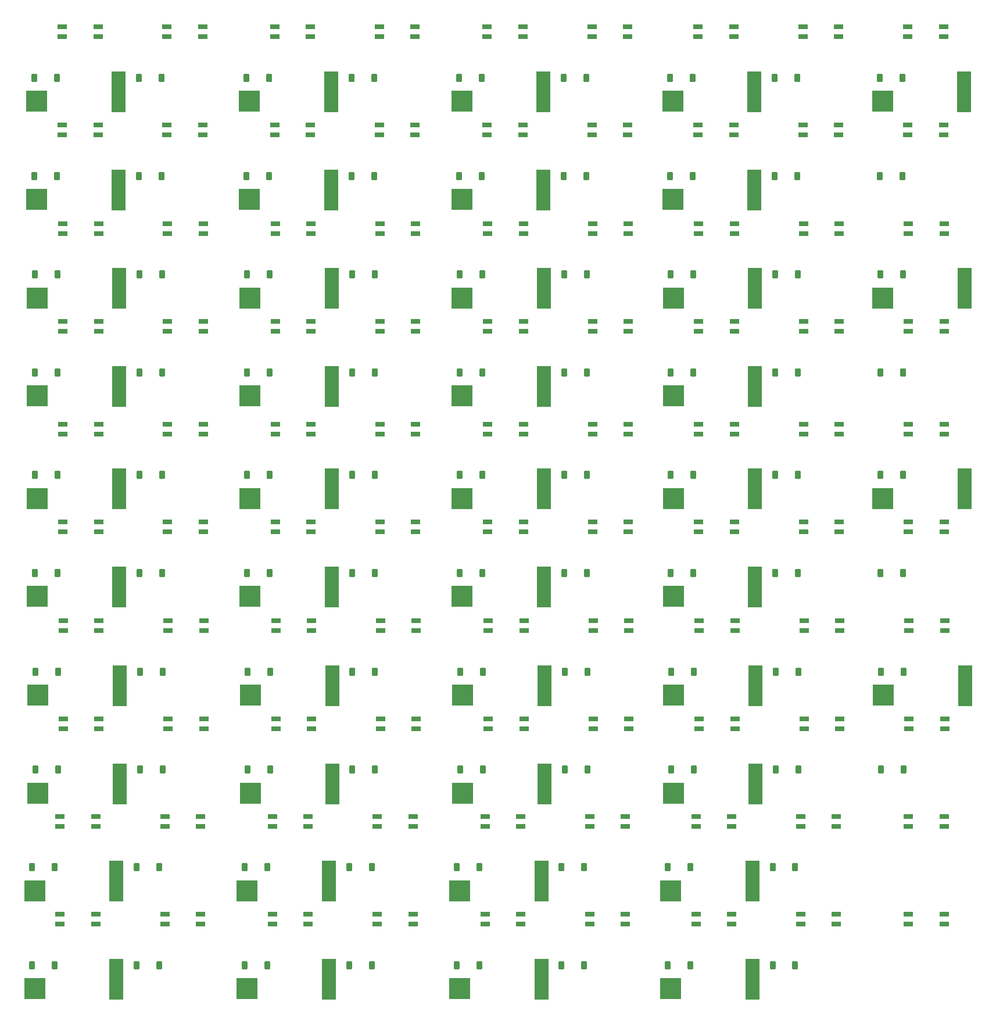
<source format=gbr>
%TF.GenerationSoftware,KiCad,Pcbnew,7.0.2*%
%TF.CreationDate,2023-05-08T22:29:03+02:00*%
%TF.ProjectId,verasity_PCB,76657261-7369-4747-995f-5043422e6b69,rev?*%
%TF.SameCoordinates,Original*%
%TF.FileFunction,Paste,Bot*%
%TF.FilePolarity,Positive*%
%FSLAX46Y46*%
G04 Gerber Fmt 4.6, Leading zero omitted, Abs format (unit mm)*
G04 Created by KiCad (PCBNEW 7.0.2) date 2023-05-08 22:29:03*
%MOMM*%
%LPD*%
G01*
G04 APERTURE LIST*
G04 Aperture macros list*
%AMRoundRect*
0 Rectangle with rounded corners*
0 $1 Rounding radius*
0 $2 $3 $4 $5 $6 $7 $8 $9 X,Y pos of 4 corners*
0 Add a 4 corners polygon primitive as box body*
4,1,4,$2,$3,$4,$5,$6,$7,$8,$9,$2,$3,0*
0 Add four circle primitives for the rounded corners*
1,1,$1+$1,$2,$3*
1,1,$1+$1,$4,$5*
1,1,$1+$1,$6,$7*
1,1,$1+$1,$8,$9*
0 Add four rect primitives between the rounded corners*
20,1,$1+$1,$2,$3,$4,$5,0*
20,1,$1+$1,$4,$5,$6,$7,0*
20,1,$1+$1,$6,$7,$8,$9,0*
20,1,$1+$1,$8,$9,$2,$3,0*%
G04 Aperture macros list end*
%ADD10RoundRect,0.225000X-0.225000X-0.375000X0.225000X-0.375000X0.225000X0.375000X-0.225000X0.375000X0*%
%ADD11R,1.400000X0.800000*%
%ADD12R,3.170000X3.170000*%
%ADD13R,2.000000X5.900000*%
G04 APERTURE END LIST*
D10*
%TO.C,REF\u002A\u002A*%
X143829375Y-67484375D03*
X147129375Y-67484375D03*
D11*
X147929375Y-60059375D03*
X147929375Y-61509375D03*
X153129375Y-60059375D03*
X153129375Y-61509375D03*
%TD*%
D10*
%TO.C,REF\u002A\u002A*%
X82056250Y-24542500D03*
X85356250Y-24542500D03*
D11*
X86156250Y-17117500D03*
X86156250Y-18567500D03*
X91356250Y-17117500D03*
X91356250Y-18567500D03*
%TD*%
%TO.C,REF\u002A\u002A*%
X163150000Y-74267500D03*
X163150000Y-75717500D03*
X168350000Y-74267500D03*
X168350000Y-75717500D03*
%TD*%
D10*
%TO.C,REF\u002A\u002A*%
X159129375Y-53196875D03*
D12*
X159514375Y-56611875D03*
D10*
X162429375Y-53196875D03*
D11*
X163229375Y-45771875D03*
X163229375Y-47221875D03*
X168429375Y-45771875D03*
X168429375Y-47221875D03*
D13*
X171429375Y-55246875D03*
%TD*%
D10*
%TO.C,REF\u002A\u002A*%
X113091875Y-53196875D03*
X116391875Y-53196875D03*
D11*
X117191875Y-45771875D03*
X117191875Y-47221875D03*
X122391875Y-45771875D03*
X122391875Y-47221875D03*
%TD*%
D10*
%TO.C,REF\u002A\u002A*%
X159050000Y-9620000D03*
X162350000Y-9620000D03*
D11*
X163150000Y-2195000D03*
X163150000Y-3645000D03*
X168350000Y-2195000D03*
X168350000Y-3645000D03*
%TD*%
D10*
%TO.C,REF\u002A\u002A*%
X143750000Y4667500D03*
X147050000Y4667500D03*
D11*
X147850000Y12092500D03*
X147850000Y10642500D03*
X153050000Y12092500D03*
X153050000Y10642500D03*
%TD*%
D10*
%TO.C,REF\u002A\u002A*%
X35840625Y4667500D03*
D12*
X36225625Y1252500D03*
D10*
X39140625Y4667500D03*
D11*
X39940625Y12092500D03*
X39940625Y10642500D03*
X45140625Y12092500D03*
X45140625Y10642500D03*
D13*
X48140625Y2617500D03*
%TD*%
D10*
%TO.C,REF\u002A\u002A*%
X66876250Y-53196875D03*
D12*
X67261250Y-56611875D03*
D10*
X70176250Y-53196875D03*
D11*
X70976250Y-45771875D03*
X70976250Y-47221875D03*
X76176250Y-45771875D03*
X76176250Y-47221875D03*
D13*
X79176250Y-55246875D03*
%TD*%
D10*
%TO.C,REF\u002A\u002A*%
X82135625Y-67484375D03*
X85435625Y-67484375D03*
D11*
X86235625Y-60059375D03*
X86235625Y-61509375D03*
X91435625Y-60059375D03*
X91435625Y-61509375D03*
%TD*%
D10*
%TO.C,REF\u002A\u002A*%
X66400000Y-95980000D03*
D12*
X66785000Y-99395000D03*
D10*
X69700000Y-95980000D03*
D11*
X70500000Y-88555000D03*
X70500000Y-90005000D03*
X75700000Y-88555000D03*
X75700000Y-90005000D03*
D13*
X78700000Y-98030000D03*
%TD*%
D10*
%TO.C,REF\u002A\u002A*%
X97753125Y4667500D03*
D12*
X98138125Y1252500D03*
D10*
X101053125Y4667500D03*
D11*
X101853125Y12092500D03*
X101853125Y10642500D03*
X107053125Y12092500D03*
X107053125Y10642500D03*
D13*
X110053125Y2617500D03*
%TD*%
D10*
%TO.C,REF\u002A\u002A*%
X51020625Y19034375D03*
X54320625Y19034375D03*
D11*
X55120625Y26459375D03*
X55120625Y25009375D03*
X60320625Y26459375D03*
X60320625Y25009375D03*
%TD*%
D10*
%TO.C,REF\u002A\u002A*%
X159129375Y-67484375D03*
X162429375Y-67484375D03*
D11*
X163229375Y-60059375D03*
X163229375Y-61509375D03*
X168429375Y-60059375D03*
X168429375Y-61509375D03*
%TD*%
D10*
%TO.C,REF\u002A\u002A*%
X35761250Y19034375D03*
D12*
X36146250Y15619375D03*
D10*
X39061250Y19034375D03*
D11*
X39861250Y26459375D03*
X39861250Y25009375D03*
X45061250Y26459375D03*
X45061250Y25009375D03*
D13*
X48061250Y16984375D03*
%TD*%
D10*
%TO.C,REF\u002A\u002A*%
X66796875Y-9620000D03*
D12*
X67181875Y-13035000D03*
D10*
X70096875Y-9620000D03*
D11*
X70896875Y-2195000D03*
X70896875Y-3645000D03*
X76096875Y-2195000D03*
X76096875Y-3645000D03*
D13*
X79096875Y-11670000D03*
%TD*%
D10*
%TO.C,REF\u002A\u002A*%
X143353125Y-95980000D03*
X146653125Y-95980000D03*
D11*
X147453125Y-88555000D03*
X147453125Y-90005000D03*
X152653125Y-88555000D03*
X152653125Y-90005000D03*
%TD*%
D10*
%TO.C,REF\u002A\u002A*%
X35920000Y-53196875D03*
D12*
X36305000Y-56611875D03*
D10*
X39220000Y-53196875D03*
D11*
X40020000Y-45771875D03*
X40020000Y-47221875D03*
X45220000Y-45771875D03*
X45220000Y-47221875D03*
D13*
X48220000Y-55246875D03*
%TD*%
D10*
%TO.C,REF\u002A\u002A*%
X81976875Y19034375D03*
X85276875Y19034375D03*
D11*
X86076875Y26459375D03*
X86076875Y25009375D03*
X91276875Y26459375D03*
X91276875Y25009375D03*
%TD*%
D10*
%TO.C,REF\u002A\u002A*%
X143670625Y33321875D03*
X146970625Y33321875D03*
D11*
X147770625Y40746875D03*
X147770625Y39296875D03*
X152970625Y40746875D03*
X152970625Y39296875D03*
%TD*%
D10*
%TO.C,REF\u002A\u002A*%
X82135625Y-53196875D03*
X85435625Y-53196875D03*
D11*
X86235625Y-45771875D03*
X86235625Y-47221875D03*
X91435625Y-45771875D03*
X91435625Y-47221875D03*
%TD*%
D10*
%TO.C,REF\u002A\u002A*%
X97356250Y-81692500D03*
D12*
X97741250Y-85107500D03*
D10*
X100656250Y-81692500D03*
D11*
X101456250Y-74267500D03*
X101456250Y-75717500D03*
X106656250Y-74267500D03*
X106656250Y-75717500D03*
D13*
X109656250Y-83742500D03*
%TD*%
D10*
%TO.C,REF\u002A\u002A*%
X128411250Y33321875D03*
D12*
X128796250Y29906875D03*
D10*
X131711250Y33321875D03*
D11*
X132511250Y40746875D03*
X132511250Y39296875D03*
X137711250Y40746875D03*
X137711250Y39296875D03*
D13*
X140711250Y31271875D03*
%TD*%
D10*
%TO.C,REF\u002A\u002A*%
X81976875Y33321875D03*
X85276875Y33321875D03*
D11*
X86076875Y40746875D03*
X86076875Y39296875D03*
X91276875Y40746875D03*
X91276875Y39296875D03*
%TD*%
D10*
%TO.C,REF\u002A\u002A*%
X158970625Y33321875D03*
D12*
X159355625Y29906875D03*
D10*
X162270625Y33321875D03*
D11*
X163070625Y40746875D03*
X163070625Y39296875D03*
X168270625Y40746875D03*
X168270625Y39296875D03*
D13*
X171270625Y31271875D03*
%TD*%
D10*
%TO.C,REF\u002A\u002A*%
X66717500Y33321875D03*
D12*
X67102500Y29906875D03*
D10*
X70017500Y33321875D03*
D11*
X70817500Y40746875D03*
X70817500Y39296875D03*
X76017500Y40746875D03*
X76017500Y39296875D03*
D13*
X79017500Y31271875D03*
%TD*%
D10*
%TO.C,REF\u002A\u002A*%
X128570000Y-53196875D03*
D12*
X128955000Y-56611875D03*
D10*
X131870000Y-53196875D03*
D11*
X132670000Y-45771875D03*
X132670000Y-47221875D03*
X137870000Y-45771875D03*
X137870000Y-47221875D03*
D13*
X140870000Y-55246875D03*
%TD*%
D10*
%TO.C,REF\u002A\u002A*%
X97832500Y-67484375D03*
D12*
X98217500Y-70899375D03*
D10*
X101132500Y-67484375D03*
D11*
X101932500Y-60059375D03*
X101932500Y-61509375D03*
X107132500Y-60059375D03*
X107132500Y-61509375D03*
D13*
X110132500Y-69534375D03*
%TD*%
D10*
%TO.C,REF\u002A\u002A*%
X113012500Y-24542500D03*
X116312500Y-24542500D03*
D11*
X117112500Y-17117500D03*
X117112500Y-18567500D03*
X122312500Y-17117500D03*
X122312500Y-18567500D03*
%TD*%
D10*
%TO.C,REF\u002A\u002A*%
X158970625Y19034375D03*
X162270625Y19034375D03*
D11*
X163070625Y26459375D03*
X163070625Y25009375D03*
X168270625Y26459375D03*
X168270625Y25009375D03*
%TD*%
D10*
%TO.C,REF\u002A\u002A*%
X112933125Y19034375D03*
X116233125Y19034375D03*
D11*
X117033125Y26459375D03*
X117033125Y25009375D03*
X122233125Y26459375D03*
X122233125Y25009375D03*
%TD*%
D10*
%TO.C,REF\u002A\u002A*%
X159050000Y4667500D03*
D12*
X159435000Y1252500D03*
D10*
X162350000Y4667500D03*
D11*
X163150000Y12092500D03*
X163150000Y10642500D03*
X168350000Y12092500D03*
X168350000Y10642500D03*
D13*
X171350000Y2617500D03*
%TD*%
D10*
%TO.C,REF\u002A\u002A*%
X143353125Y-81692500D03*
X146653125Y-81692500D03*
D11*
X147453125Y-74267500D03*
X147453125Y-75717500D03*
X152653125Y-74267500D03*
X152653125Y-75717500D03*
%TD*%
D10*
%TO.C,REF\u002A\u002A*%
X81659375Y-81692500D03*
X84959375Y-81692500D03*
D11*
X85759375Y-74267500D03*
X85759375Y-75717500D03*
X90959375Y-74267500D03*
X90959375Y-75717500D03*
%TD*%
D10*
%TO.C,REF\u002A\u002A*%
X128411250Y19034375D03*
D12*
X128796250Y15619375D03*
D10*
X131711250Y19034375D03*
D11*
X132511250Y26459375D03*
X132511250Y25009375D03*
X137711250Y26459375D03*
X137711250Y25009375D03*
D13*
X140711250Y16984375D03*
%TD*%
D10*
%TO.C,REF\u002A\u002A*%
X51179375Y-67484375D03*
X54479375Y-67484375D03*
D11*
X55279375Y-60059375D03*
X55279375Y-61509375D03*
X60479375Y-60059375D03*
X60479375Y-61509375D03*
%TD*%
D10*
%TO.C,REF\u002A\u002A*%
X82056250Y-38830000D03*
X85356250Y-38830000D03*
D11*
X86156250Y-31405000D03*
X86156250Y-32855000D03*
X91356250Y-31405000D03*
X91356250Y-32855000D03*
%TD*%
D10*
%TO.C,REF\u002A\u002A*%
X113012500Y-38830000D03*
X116312500Y-38830000D03*
D11*
X117112500Y-31405000D03*
X117112500Y-32855000D03*
X122312500Y-31405000D03*
X122312500Y-32855000D03*
%TD*%
D10*
%TO.C,REF\u002A\u002A*%
X128093750Y-95980000D03*
D12*
X128478750Y-99395000D03*
D10*
X131393750Y-95980000D03*
D11*
X132193750Y-88555000D03*
X132193750Y-90005000D03*
X137393750Y-88555000D03*
X137393750Y-90005000D03*
D13*
X140393750Y-98030000D03*
%TD*%
D10*
%TO.C,REF\u002A\u002A*%
X51020625Y33321875D03*
X54320625Y33321875D03*
D11*
X55120625Y40746875D03*
X55120625Y39296875D03*
X60320625Y40746875D03*
X60320625Y39296875D03*
%TD*%
D10*
%TO.C,REF\u002A\u002A*%
X112615625Y-95980000D03*
X115915625Y-95980000D03*
D11*
X116715625Y-88555000D03*
X116715625Y-90005000D03*
X121915625Y-88555000D03*
X121915625Y-90005000D03*
%TD*%
D10*
%TO.C,REF\u002A\u002A*%
X81659375Y-95980000D03*
X84959375Y-95980000D03*
D11*
X85759375Y-88555000D03*
X85759375Y-90005000D03*
X90959375Y-88555000D03*
X90959375Y-90005000D03*
%TD*%
D10*
%TO.C,REF\u002A\u002A*%
X50703125Y-95980000D03*
X54003125Y-95980000D03*
D11*
X54803125Y-88555000D03*
X54803125Y-90005000D03*
X60003125Y-88555000D03*
X60003125Y-90005000D03*
%TD*%
D10*
%TO.C,REF\u002A\u002A*%
X66717500Y19034375D03*
D12*
X67102500Y15619375D03*
D10*
X70017500Y19034375D03*
D11*
X70817500Y26459375D03*
X70817500Y25009375D03*
X76017500Y26459375D03*
X76017500Y25009375D03*
D13*
X79017500Y16984375D03*
%TD*%
D10*
%TO.C,REF\u002A\u002A*%
X143670625Y19034375D03*
X146970625Y19034375D03*
D11*
X147770625Y26459375D03*
X147770625Y25009375D03*
X152970625Y26459375D03*
X152970625Y25009375D03*
%TD*%
D10*
%TO.C,REF\u002A\u002A*%
X51179375Y-53196875D03*
X54479375Y-53196875D03*
D11*
X55279375Y-45771875D03*
X55279375Y-47221875D03*
X60479375Y-45771875D03*
X60479375Y-47221875D03*
%TD*%
D10*
%TO.C,REF\u002A\u002A*%
X82056250Y-9620000D03*
X85356250Y-9620000D03*
D11*
X86156250Y-2195000D03*
X86156250Y-3645000D03*
X91356250Y-2195000D03*
X91356250Y-3645000D03*
%TD*%
D10*
%TO.C,REF\u002A\u002A*%
X35443750Y-95980000D03*
D12*
X35828750Y-99395000D03*
D10*
X38743750Y-95980000D03*
D11*
X39543750Y-88555000D03*
X39543750Y-90005000D03*
X44743750Y-88555000D03*
X44743750Y-90005000D03*
D13*
X47743750Y-98030000D03*
%TD*%
D10*
%TO.C,REF\u002A\u002A*%
X97673750Y33321875D03*
D12*
X98058750Y29906875D03*
D10*
X100973750Y33321875D03*
D11*
X101773750Y40746875D03*
X101773750Y39296875D03*
X106973750Y40746875D03*
X106973750Y39296875D03*
D13*
X109973750Y31271875D03*
%TD*%
D10*
%TO.C,REF\u002A\u002A*%
X143750000Y-9620000D03*
X147050000Y-9620000D03*
D11*
X147850000Y-2195000D03*
X147850000Y-3645000D03*
X153050000Y-2195000D03*
X153050000Y-3645000D03*
%TD*%
D10*
%TO.C,REF\u002A\u002A*%
X50703125Y-81692500D03*
X54003125Y-81692500D03*
D11*
X54803125Y-74267500D03*
X54803125Y-75717500D03*
X60003125Y-74267500D03*
X60003125Y-75717500D03*
%TD*%
D10*
%TO.C,REF\u002A\u002A*%
X51100000Y-24542500D03*
X54400000Y-24542500D03*
D11*
X55200000Y-17117500D03*
X55200000Y-18567500D03*
X60400000Y-17117500D03*
X60400000Y-18567500D03*
%TD*%
D10*
%TO.C,REF\u002A\u002A*%
X112933125Y33321875D03*
X116233125Y33321875D03*
D11*
X117033125Y40746875D03*
X117033125Y39296875D03*
X122233125Y40746875D03*
X122233125Y39296875D03*
%TD*%
D10*
%TO.C,REF\u002A\u002A*%
X51100000Y-9620000D03*
X54400000Y-9620000D03*
D11*
X55200000Y-2195000D03*
X55200000Y-3645000D03*
X60400000Y-2195000D03*
X60400000Y-3645000D03*
%TD*%
D10*
%TO.C,REF\u002A\u002A*%
X66796875Y-24542500D03*
D12*
X67181875Y-27957500D03*
D10*
X70096875Y-24542500D03*
D11*
X70896875Y-17117500D03*
X70896875Y-18567500D03*
X76096875Y-17117500D03*
X76096875Y-18567500D03*
D13*
X79096875Y-26592500D03*
%TD*%
D10*
%TO.C,REF\u002A\u002A*%
X128570000Y-67484375D03*
D12*
X128955000Y-70899375D03*
D10*
X131870000Y-67484375D03*
D11*
X132670000Y-60059375D03*
X132670000Y-61509375D03*
X137870000Y-60059375D03*
X137870000Y-61509375D03*
D13*
X140870000Y-69534375D03*
%TD*%
D10*
%TO.C,REF\u002A\u002A*%
X97753125Y-38830000D03*
D12*
X98138125Y-42245000D03*
D10*
X101053125Y-38830000D03*
D11*
X101853125Y-31405000D03*
X101853125Y-32855000D03*
X107053125Y-31405000D03*
X107053125Y-32855000D03*
D13*
X110053125Y-40880000D03*
%TD*%
D10*
%TO.C,REF\u002A\u002A*%
X143750000Y-24542500D03*
X147050000Y-24542500D03*
D11*
X147850000Y-17117500D03*
X147850000Y-18567500D03*
X153050000Y-17117500D03*
X153050000Y-18567500D03*
%TD*%
D10*
%TO.C,REF\u002A\u002A*%
X97753125Y-24542500D03*
D12*
X98138125Y-27957500D03*
D10*
X101053125Y-24542500D03*
D11*
X101853125Y-17117500D03*
X101853125Y-18567500D03*
X107053125Y-17117500D03*
X107053125Y-18567500D03*
D13*
X110053125Y-26592500D03*
%TD*%
D10*
%TO.C,REF\u002A\u002A*%
X51100000Y4667500D03*
X54400000Y4667500D03*
D11*
X55200000Y12092500D03*
X55200000Y10642500D03*
X60400000Y12092500D03*
X60400000Y10642500D03*
%TD*%
D10*
%TO.C,REF\u002A\u002A*%
X35920000Y-67484375D03*
D12*
X36305000Y-70899375D03*
D10*
X39220000Y-67484375D03*
D11*
X40020000Y-60059375D03*
X40020000Y-61509375D03*
X45220000Y-60059375D03*
X45220000Y-61509375D03*
D13*
X48220000Y-69534375D03*
%TD*%
D10*
%TO.C,REF\u002A\u002A*%
X97753125Y-9620000D03*
D12*
X98138125Y-13035000D03*
D10*
X101053125Y-9620000D03*
D11*
X101853125Y-2195000D03*
X101853125Y-3645000D03*
X107053125Y-2195000D03*
X107053125Y-3645000D03*
D13*
X110053125Y-11670000D03*
%TD*%
D10*
%TO.C,REF\u002A\u002A*%
X143750000Y-38830000D03*
X147050000Y-38830000D03*
D11*
X147850000Y-31405000D03*
X147850000Y-32855000D03*
X153050000Y-31405000D03*
X153050000Y-32855000D03*
%TD*%
D10*
%TO.C,REF\u002A\u002A*%
X113091875Y-67484375D03*
X116391875Y-67484375D03*
D11*
X117191875Y-60059375D03*
X117191875Y-61509375D03*
X122391875Y-60059375D03*
X122391875Y-61509375D03*
%TD*%
D10*
%TO.C,REF\u002A\u002A*%
X112615625Y-81692500D03*
X115915625Y-81692500D03*
D11*
X116715625Y-74267500D03*
X116715625Y-75717500D03*
X121915625Y-74267500D03*
X121915625Y-75717500D03*
%TD*%
D10*
%TO.C,REF\u002A\u002A*%
X35840625Y-24542500D03*
D12*
X36225625Y-27957500D03*
D10*
X39140625Y-24542500D03*
D11*
X39940625Y-17117500D03*
X39940625Y-18567500D03*
X45140625Y-17117500D03*
X45140625Y-18567500D03*
D13*
X48140625Y-26592500D03*
%TD*%
D10*
%TO.C,REF\u002A\u002A*%
X159050000Y-38830000D03*
X162350000Y-38830000D03*
D11*
X163150000Y-31405000D03*
X163150000Y-32855000D03*
X168350000Y-31405000D03*
X168350000Y-32855000D03*
%TD*%
D10*
%TO.C,REF\u002A\u002A*%
X97356250Y-95980000D03*
D12*
X97741250Y-99395000D03*
D10*
X100656250Y-95980000D03*
D11*
X101456250Y-88555000D03*
X101456250Y-90005000D03*
X106656250Y-88555000D03*
X106656250Y-90005000D03*
D13*
X109656250Y-98030000D03*
%TD*%
D10*
%TO.C,REF\u002A\u002A*%
X128490625Y-38830000D03*
D12*
X128875625Y-42245000D03*
D10*
X131790625Y-38830000D03*
D11*
X132590625Y-31405000D03*
X132590625Y-32855000D03*
X137790625Y-31405000D03*
X137790625Y-32855000D03*
D13*
X140790625Y-40880000D03*
%TD*%
D10*
%TO.C,REF\u002A\u002A*%
X97832500Y-53196875D03*
D12*
X98217500Y-56611875D03*
D10*
X101132500Y-53196875D03*
D11*
X101932500Y-45771875D03*
X101932500Y-47221875D03*
X107132500Y-45771875D03*
X107132500Y-47221875D03*
D13*
X110132500Y-55246875D03*
%TD*%
D10*
%TO.C,REF\u002A\u002A*%
X66796875Y-38830000D03*
D12*
X67181875Y-42245000D03*
D10*
X70096875Y-38830000D03*
D11*
X70896875Y-31405000D03*
X70896875Y-32855000D03*
X76096875Y-31405000D03*
X76096875Y-32855000D03*
D13*
X79096875Y-40880000D03*
%TD*%
D10*
%TO.C,REF\u002A\u002A*%
X35761250Y33321875D03*
D12*
X36146250Y29906875D03*
D10*
X39061250Y33321875D03*
D11*
X39861250Y40746875D03*
X39861250Y39296875D03*
X45061250Y40746875D03*
X45061250Y39296875D03*
D13*
X48061250Y31271875D03*
%TD*%
D10*
%TO.C,REF\u002A\u002A*%
X128490625Y-9620000D03*
D12*
X128875625Y-13035000D03*
D10*
X131790625Y-9620000D03*
D11*
X132590625Y-2195000D03*
X132590625Y-3645000D03*
X137790625Y-2195000D03*
X137790625Y-3645000D03*
D13*
X140790625Y-11670000D03*
%TD*%
D10*
%TO.C,REF\u002A\u002A*%
X82056250Y4667500D03*
X85356250Y4667500D03*
D11*
X86156250Y12092500D03*
X86156250Y10642500D03*
X91356250Y12092500D03*
X91356250Y10642500D03*
%TD*%
D10*
%TO.C,REF\u002A\u002A*%
X66796875Y4667500D03*
D12*
X67181875Y1252500D03*
D10*
X70096875Y4667500D03*
D11*
X70896875Y12092500D03*
X70896875Y10642500D03*
X76096875Y12092500D03*
X76096875Y10642500D03*
D13*
X79096875Y2617500D03*
%TD*%
D10*
%TO.C,REF\u002A\u002A*%
X51100000Y-38830000D03*
X54400000Y-38830000D03*
D11*
X55200000Y-31405000D03*
X55200000Y-32855000D03*
X60400000Y-31405000D03*
X60400000Y-32855000D03*
%TD*%
D10*
%TO.C,REF\u002A\u002A*%
X66876250Y-67484375D03*
D12*
X67261250Y-70899375D03*
D10*
X70176250Y-67484375D03*
D11*
X70976250Y-60059375D03*
X70976250Y-61509375D03*
X76176250Y-60059375D03*
X76176250Y-61509375D03*
D13*
X79176250Y-69534375D03*
%TD*%
D10*
%TO.C,REF\u002A\u002A*%
X97673750Y19034375D03*
D12*
X98058750Y15619375D03*
D10*
X100973750Y19034375D03*
D11*
X101773750Y26459375D03*
X101773750Y25009375D03*
X106973750Y26459375D03*
X106973750Y25009375D03*
D13*
X109973750Y16984375D03*
%TD*%
D10*
%TO.C,REF\u002A\u002A*%
X35840625Y-9620000D03*
D12*
X36225625Y-13035000D03*
D10*
X39140625Y-9620000D03*
D11*
X39940625Y-2195000D03*
X39940625Y-3645000D03*
X45140625Y-2195000D03*
X45140625Y-3645000D03*
D13*
X48140625Y-11670000D03*
%TD*%
D11*
%TO.C,REF\u002A\u002A*%
X163150000Y-88555000D03*
X163150000Y-90005000D03*
X168350000Y-88555000D03*
X168350000Y-90005000D03*
%TD*%
D10*
%TO.C,REF\u002A\u002A*%
X143829375Y-53196875D03*
X147129375Y-53196875D03*
D11*
X147929375Y-45771875D03*
X147929375Y-47221875D03*
X153129375Y-45771875D03*
X153129375Y-47221875D03*
%TD*%
D10*
%TO.C,REF\u002A\u002A*%
X159050000Y-24542500D03*
D12*
X159435000Y-27957500D03*
D10*
X162350000Y-24542500D03*
D11*
X163150000Y-17117500D03*
X163150000Y-18567500D03*
X168350000Y-17117500D03*
X168350000Y-18567500D03*
D13*
X171350000Y-26592500D03*
%TD*%
D10*
%TO.C,REF\u002A\u002A*%
X35443750Y-81692500D03*
D12*
X35828750Y-85107500D03*
D10*
X38743750Y-81692500D03*
D11*
X39543750Y-74267500D03*
X39543750Y-75717500D03*
X44743750Y-74267500D03*
X44743750Y-75717500D03*
D13*
X47743750Y-83742500D03*
%TD*%
D10*
%TO.C,REF\u002A\u002A*%
X113012500Y-9620000D03*
X116312500Y-9620000D03*
D11*
X117112500Y-2195000D03*
X117112500Y-3645000D03*
X122312500Y-2195000D03*
X122312500Y-3645000D03*
%TD*%
D10*
%TO.C,REF\u002A\u002A*%
X35840625Y-38830000D03*
D12*
X36225625Y-42245000D03*
D10*
X39140625Y-38830000D03*
D11*
X39940625Y-31405000D03*
X39940625Y-32855000D03*
X45140625Y-31405000D03*
X45140625Y-32855000D03*
D13*
X48140625Y-40880000D03*
%TD*%
D10*
%TO.C,REF\u002A\u002A*%
X128490625Y4667500D03*
D12*
X128875625Y1252500D03*
D10*
X131790625Y4667500D03*
D11*
X132590625Y12092500D03*
X132590625Y10642500D03*
X137790625Y12092500D03*
X137790625Y10642500D03*
D13*
X140790625Y2617500D03*
%TD*%
D10*
%TO.C,REF\u002A\u002A*%
X128490625Y-24542500D03*
D12*
X128875625Y-27957500D03*
D10*
X131790625Y-24542500D03*
D11*
X132590625Y-17117500D03*
X132590625Y-18567500D03*
X137790625Y-17117500D03*
X137790625Y-18567500D03*
D13*
X140790625Y-26592500D03*
%TD*%
D10*
%TO.C,REF\u002A\u002A*%
X66400000Y-81692500D03*
D12*
X66785000Y-85107500D03*
D10*
X69700000Y-81692500D03*
D11*
X70500000Y-74267500D03*
X70500000Y-75717500D03*
X75700000Y-74267500D03*
X75700000Y-75717500D03*
D13*
X78700000Y-83742500D03*
%TD*%
D10*
%TO.C,REF\u002A\u002A*%
X128093750Y-81692500D03*
D12*
X128478750Y-85107500D03*
D10*
X131393750Y-81692500D03*
D11*
X132193750Y-74267500D03*
X132193750Y-75717500D03*
X137393750Y-74267500D03*
X137393750Y-75717500D03*
D13*
X140393750Y-83742500D03*
%TD*%
D10*
%TO.C,REF\u002A\u002A*%
X113012500Y4667500D03*
X116312500Y4667500D03*
D11*
X117112500Y12092500D03*
X117112500Y10642500D03*
X122312500Y12092500D03*
X122312500Y10642500D03*
%TD*%
M02*

</source>
